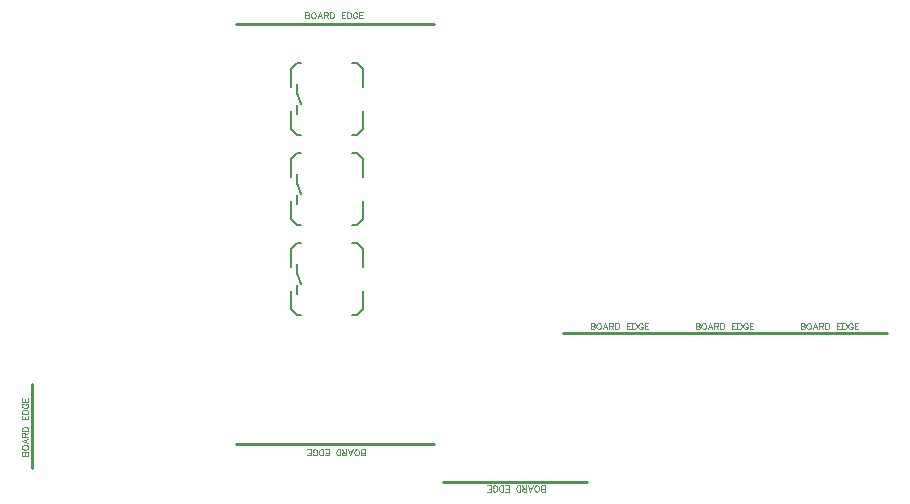
<source format=gbr>
G04 DipTrace 2.4.0.2*
%INTopAssy.gbr*%
%MOIN*%
%ADD10C,0.0098*%
%ADD23C,0.008*%
%ADD61C,0.0031*%
%FSLAX44Y44*%
G04*
G70*
G90*
G75*
G01*
%LNTopAssy*%
%LPD*%
X19481Y8342D2*
D10*
X12899D1*
Y22351D2*
X19481D1*
X30796Y12038D2*
X34584D1*
X27296D2*
X31084D1*
X23796D2*
X27584D1*
X24584Y7092D2*
X19796D1*
X17110Y20230D2*
D23*
Y20830D1*
X16910Y21030D1*
Y18630D2*
X17110Y18830D1*
Y19430D1*
X14910Y21030D2*
X14710Y20830D1*
Y20230D1*
X14910Y18630D2*
X14710Y18830D1*
Y19430D1*
X16910Y18630D2*
X16760D1*
X14910D2*
X15060D1*
X14910Y21030D2*
X15060D1*
X16910D2*
X16760D1*
X14910Y20330D2*
Y20030D1*
Y19630D2*
Y19330D1*
Y20030D2*
X15060Y19680D1*
X17110Y17230D2*
Y17830D1*
X16910Y18030D1*
Y15630D2*
X17110Y15830D1*
Y16430D1*
X14910Y18030D2*
X14710Y17830D1*
Y17230D1*
X14910Y15630D2*
X14710Y15830D1*
Y16430D1*
X16910Y15630D2*
X16760D1*
X14910D2*
X15060D1*
X14910Y18030D2*
X15060D1*
X16910D2*
X16760D1*
X14910Y17330D2*
Y17030D1*
Y16630D2*
Y16330D1*
Y17030D2*
X15060Y16680D1*
X17110Y14230D2*
Y14830D1*
X16910Y15030D1*
Y12630D2*
X17110Y12830D1*
Y13430D1*
X14910Y15030D2*
X14710Y14830D1*
Y14230D1*
X14910Y12630D2*
X14710Y12830D1*
Y13430D1*
X16910Y12630D2*
X16760D1*
X14910D2*
X15060D1*
X14910Y15030D2*
X15060D1*
X16910D2*
X16760D1*
X14910Y14330D2*
Y14030D1*
Y13630D2*
Y13330D1*
Y14030D2*
X15060Y13680D1*
X6092Y7546D2*
D10*
Y10334D1*
X17184Y7959D2*
D61*
Y8160D1*
X17098D1*
X17069Y8150D1*
X17060Y8140D1*
X17050Y8121D1*
Y8093D1*
X17060Y8073D1*
X17069Y8064D1*
X17098Y8054D1*
X17069Y8045D1*
X17060Y8035D1*
X17050Y8016D1*
Y7997D1*
X17060Y7978D1*
X17069Y7968D1*
X17098Y7959D1*
X17184D1*
Y8054D2*
X17098D1*
X16931Y7959D2*
X16950Y7968D1*
X16969Y7987D1*
X16979Y8006D1*
X16989Y8035D1*
Y8083D1*
X16979Y8112D1*
X16969Y8131D1*
X16950Y8150D1*
X16931Y8160D1*
X16893D1*
X16874Y8150D1*
X16855Y8131D1*
X16845Y8112D1*
X16836Y8083D1*
Y8035D1*
X16845Y8006D1*
X16855Y7987D1*
X16874Y7968D1*
X16893Y7959D1*
X16931D1*
X16621Y8160D2*
X16697Y7959D1*
X16774Y8160D1*
X16745Y8093D2*
X16649D1*
X16559Y8054D2*
X16473D1*
X16444Y8045D1*
X16434Y8035D1*
X16425Y8016D1*
Y7997D1*
X16434Y7978D1*
X16444Y7968D1*
X16473Y7959D1*
X16559D1*
Y8160D1*
X16492Y8054D2*
X16425Y8160D1*
X16363Y7959D2*
Y8160D1*
X16296D1*
X16267Y8150D1*
X16248Y8131D1*
X16239Y8112D1*
X16229Y8083D1*
Y8035D1*
X16239Y8006D1*
X16248Y7987D1*
X16267Y7968D1*
X16296Y7959D1*
X16363D1*
X15849D2*
X15973D1*
Y8160D1*
X15849D1*
X15973Y8054D2*
X15897D1*
X15787Y7959D2*
Y8160D1*
X15720D1*
X15691Y8150D1*
X15672Y8131D1*
X15663Y8112D1*
X15653Y8083D1*
Y8035D1*
X15663Y8006D1*
X15672Y7987D1*
X15691Y7968D1*
X15720Y7959D1*
X15787D1*
X15448Y8006D2*
X15457Y7987D1*
X15477Y7968D1*
X15496Y7959D1*
X15534D1*
X15553Y7968D1*
X15572Y7987D1*
X15582Y8006D1*
X15591Y8035D1*
Y8083D1*
X15582Y8112D1*
X15572Y8131D1*
X15553Y8150D1*
X15534Y8160D1*
X15496D1*
X15477Y8150D1*
X15457Y8131D1*
X15448Y8112D1*
Y8083D1*
X15496D1*
X15262Y7959D2*
X15386D1*
Y8160D1*
X15262D1*
X15386Y8054D2*
X15310D1*
X15196Y22734D2*
Y22533D1*
X15282D1*
X15311Y22543D1*
X15320Y22552D1*
X15330Y22571D1*
Y22600D1*
X15320Y22619D1*
X15311Y22629D1*
X15282Y22638D1*
X15311Y22648D1*
X15320Y22657D1*
X15330Y22676D1*
Y22696D1*
X15320Y22715D1*
X15311Y22724D1*
X15282Y22734D1*
X15196D1*
Y22638D2*
X15282D1*
X15449Y22734D2*
X15430Y22724D1*
X15411Y22705D1*
X15401Y22686D1*
X15391Y22657D1*
Y22609D1*
X15401Y22581D1*
X15411Y22562D1*
X15430Y22543D1*
X15449Y22533D1*
X15487D1*
X15506Y22543D1*
X15525Y22562D1*
X15535Y22581D1*
X15544Y22609D1*
Y22657D1*
X15535Y22686D1*
X15525Y22705D1*
X15506Y22724D1*
X15487Y22734D1*
X15449D1*
X15759Y22533D2*
X15683Y22734D1*
X15606Y22533D1*
X15635Y22600D2*
X15731D1*
X15821Y22638D2*
X15907D1*
X15936Y22648D1*
X15946Y22657D1*
X15955Y22676D1*
Y22696D1*
X15946Y22715D1*
X15936Y22724D1*
X15907Y22734D1*
X15821D1*
Y22533D1*
X15888Y22638D2*
X15955Y22533D1*
X16017Y22734D2*
Y22533D1*
X16084D1*
X16113Y22543D1*
X16132Y22562D1*
X16141Y22581D1*
X16151Y22609D1*
Y22657D1*
X16141Y22686D1*
X16132Y22705D1*
X16113Y22724D1*
X16084Y22734D1*
X16017D1*
X16531D2*
X16407D1*
Y22533D1*
X16531D1*
X16407Y22638D2*
X16483D1*
X16593Y22734D2*
Y22533D1*
X16660D1*
X16689Y22543D1*
X16708Y22562D1*
X16717Y22581D1*
X16727Y22609D1*
Y22657D1*
X16717Y22686D1*
X16708Y22705D1*
X16689Y22724D1*
X16660Y22734D1*
X16593D1*
X16932Y22686D2*
X16923Y22705D1*
X16903Y22724D1*
X16884Y22734D1*
X16846D1*
X16827Y22724D1*
X16808Y22705D1*
X16798Y22686D1*
X16789Y22657D1*
Y22609D1*
X16798Y22581D1*
X16808Y22562D1*
X16827Y22543D1*
X16846Y22533D1*
X16884D1*
X16903Y22543D1*
X16923Y22562D1*
X16932Y22581D1*
Y22609D1*
X16884D1*
X17118Y22734D2*
X16994D1*
Y22533D1*
X17118D1*
X16994Y22638D2*
X17070D1*
X31706Y12372D2*
Y12171D1*
X31792D1*
X31821Y12181D1*
X31830Y12190D1*
X31840Y12209D1*
Y12238D1*
X31830Y12257D1*
X31821Y12267D1*
X31792Y12276D1*
X31821Y12286D1*
X31830Y12296D1*
X31840Y12315D1*
Y12334D1*
X31830Y12353D1*
X31821Y12363D1*
X31792Y12372D1*
X31706D1*
Y12276D2*
X31792D1*
X31959Y12372D2*
X31940Y12363D1*
X31921Y12343D1*
X31911Y12324D1*
X31901Y12296D1*
Y12248D1*
X31911Y12219D1*
X31921Y12200D1*
X31940Y12181D1*
X31959Y12171D1*
X31997D1*
X32016Y12181D1*
X32035Y12200D1*
X32045Y12219D1*
X32054Y12248D1*
Y12296D1*
X32045Y12324D1*
X32035Y12343D1*
X32016Y12363D1*
X31997Y12372D1*
X31959D1*
X32269Y12171D2*
X32193Y12372D1*
X32116Y12171D1*
X32145Y12238D2*
X32241D1*
X32331Y12276D2*
X32417D1*
X32446Y12286D1*
X32455Y12296D1*
X32465Y12315D1*
Y12334D1*
X32455Y12353D1*
X32446Y12363D1*
X32417Y12372D1*
X32331D1*
Y12171D1*
X32398Y12276D2*
X32465Y12171D1*
X32527Y12372D2*
Y12171D1*
X32594D1*
X32622Y12181D1*
X32642Y12200D1*
X32651Y12219D1*
X32661Y12248D1*
Y12296D1*
X32651Y12324D1*
X32642Y12343D1*
X32622Y12363D1*
X32594Y12372D1*
X32527D1*
X33041D2*
X32917D1*
Y12171D1*
X33041D1*
X32917Y12276D2*
X32993D1*
X33103Y12372D2*
Y12171D1*
X33170D1*
X33199Y12181D1*
X33218Y12200D1*
X33227Y12219D1*
X33237Y12248D1*
Y12296D1*
X33227Y12324D1*
X33218Y12343D1*
X33199Y12363D1*
X33170Y12372D1*
X33103D1*
X33442Y12324D2*
X33433Y12343D1*
X33413Y12363D1*
X33394Y12372D1*
X33356D1*
X33337Y12363D1*
X33318Y12343D1*
X33308Y12324D1*
X33299Y12296D1*
Y12248D1*
X33308Y12219D1*
X33318Y12200D1*
X33337Y12181D1*
X33356Y12171D1*
X33394D1*
X33413Y12181D1*
X33433Y12200D1*
X33442Y12219D1*
Y12248D1*
X33394D1*
X33628Y12372D2*
X33504D1*
Y12171D1*
X33628D1*
X33504Y12276D2*
X33580D1*
X28206Y12372D2*
Y12171D1*
X28292D1*
X28321Y12181D1*
X28330Y12190D1*
X28340Y12209D1*
Y12238D1*
X28330Y12257D1*
X28321Y12267D1*
X28292Y12276D1*
X28321Y12286D1*
X28330Y12296D1*
X28340Y12315D1*
Y12334D1*
X28330Y12353D1*
X28321Y12363D1*
X28292Y12372D1*
X28206D1*
Y12276D2*
X28292D1*
X28459Y12372D2*
X28440Y12363D1*
X28421Y12343D1*
X28411Y12324D1*
X28401Y12296D1*
Y12248D1*
X28411Y12219D1*
X28421Y12200D1*
X28440Y12181D1*
X28459Y12171D1*
X28497D1*
X28516Y12181D1*
X28535Y12200D1*
X28545Y12219D1*
X28554Y12248D1*
Y12296D1*
X28545Y12324D1*
X28535Y12343D1*
X28516Y12363D1*
X28497Y12372D1*
X28459D1*
X28769Y12171D2*
X28693Y12372D1*
X28616Y12171D1*
X28645Y12238D2*
X28741D1*
X28831Y12276D2*
X28917D1*
X28946Y12286D1*
X28955Y12296D1*
X28965Y12315D1*
Y12334D1*
X28955Y12353D1*
X28946Y12363D1*
X28917Y12372D1*
X28831D1*
Y12171D1*
X28898Y12276D2*
X28965Y12171D1*
X29027Y12372D2*
Y12171D1*
X29094D1*
X29122Y12181D1*
X29142Y12200D1*
X29151Y12219D1*
X29161Y12248D1*
Y12296D1*
X29151Y12324D1*
X29142Y12343D1*
X29122Y12363D1*
X29094Y12372D1*
X29027D1*
X29541D2*
X29417D1*
Y12171D1*
X29541D1*
X29417Y12276D2*
X29493D1*
X29603Y12372D2*
Y12171D1*
X29670D1*
X29699Y12181D1*
X29718Y12200D1*
X29727Y12219D1*
X29737Y12248D1*
Y12296D1*
X29727Y12324D1*
X29718Y12343D1*
X29699Y12363D1*
X29670Y12372D1*
X29603D1*
X29942Y12324D2*
X29933Y12343D1*
X29913Y12363D1*
X29894Y12372D1*
X29856D1*
X29837Y12363D1*
X29818Y12343D1*
X29808Y12324D1*
X29799Y12296D1*
Y12248D1*
X29808Y12219D1*
X29818Y12200D1*
X29837Y12181D1*
X29856Y12171D1*
X29894D1*
X29913Y12181D1*
X29933Y12200D1*
X29942Y12219D1*
Y12248D1*
X29894D1*
X30128Y12372D2*
X30004D1*
Y12171D1*
X30128D1*
X30004Y12276D2*
X30080D1*
X24706Y12372D2*
Y12171D1*
X24792D1*
X24821Y12181D1*
X24830Y12190D1*
X24840Y12209D1*
Y12238D1*
X24830Y12257D1*
X24821Y12267D1*
X24792Y12276D1*
X24821Y12286D1*
X24830Y12296D1*
X24840Y12315D1*
Y12334D1*
X24830Y12353D1*
X24821Y12363D1*
X24792Y12372D1*
X24706D1*
Y12276D2*
X24792D1*
X24959Y12372D2*
X24940Y12363D1*
X24921Y12343D1*
X24911Y12324D1*
X24901Y12296D1*
Y12248D1*
X24911Y12219D1*
X24921Y12200D1*
X24940Y12181D1*
X24959Y12171D1*
X24997D1*
X25016Y12181D1*
X25035Y12200D1*
X25045Y12219D1*
X25054Y12248D1*
Y12296D1*
X25045Y12324D1*
X25035Y12343D1*
X25016Y12363D1*
X24997Y12372D1*
X24959D1*
X25269Y12171D2*
X25193Y12372D1*
X25116Y12171D1*
X25145Y12238D2*
X25241D1*
X25331Y12276D2*
X25417D1*
X25446Y12286D1*
X25455Y12296D1*
X25465Y12315D1*
Y12334D1*
X25455Y12353D1*
X25446Y12363D1*
X25417Y12372D1*
X25331D1*
Y12171D1*
X25398Y12276D2*
X25465Y12171D1*
X25527Y12372D2*
Y12171D1*
X25594D1*
X25622Y12181D1*
X25642Y12200D1*
X25651Y12219D1*
X25661Y12248D1*
Y12296D1*
X25651Y12324D1*
X25642Y12343D1*
X25622Y12363D1*
X25594Y12372D1*
X25527D1*
X26041D2*
X25917D1*
Y12171D1*
X26041D1*
X25917Y12276D2*
X25993D1*
X26103Y12372D2*
Y12171D1*
X26170D1*
X26199Y12181D1*
X26218Y12200D1*
X26227Y12219D1*
X26237Y12248D1*
Y12296D1*
X26227Y12324D1*
X26218Y12343D1*
X26199Y12363D1*
X26170Y12372D1*
X26103D1*
X26442Y12324D2*
X26433Y12343D1*
X26413Y12363D1*
X26394Y12372D1*
X26356D1*
X26337Y12363D1*
X26318Y12343D1*
X26308Y12324D1*
X26299Y12296D1*
Y12248D1*
X26308Y12219D1*
X26318Y12200D1*
X26337Y12181D1*
X26356Y12171D1*
X26394D1*
X26413Y12181D1*
X26433Y12200D1*
X26442Y12219D1*
Y12248D1*
X26394D1*
X26628Y12372D2*
X26504D1*
Y12171D1*
X26628D1*
X26504Y12276D2*
X26580D1*
X23184Y6758D2*
Y6959D1*
X23098D1*
X23069Y6949D1*
X23060Y6940D1*
X23050Y6921D1*
Y6892D1*
X23060Y6873D1*
X23069Y6863D1*
X23098Y6854D1*
X23069Y6844D1*
X23060Y6834D1*
X23050Y6815D1*
Y6796D1*
X23060Y6777D1*
X23069Y6767D1*
X23098Y6758D1*
X23184D1*
Y6854D2*
X23098D1*
X22931Y6758D2*
X22950Y6767D1*
X22969Y6787D1*
X22979Y6806D1*
X22988Y6834D1*
Y6882D1*
X22979Y6911D1*
X22969Y6930D1*
X22950Y6949D1*
X22931Y6959D1*
X22893D1*
X22874Y6949D1*
X22855Y6930D1*
X22845Y6911D1*
X22836Y6882D1*
Y6834D1*
X22845Y6806D1*
X22855Y6787D1*
X22874Y6767D1*
X22893Y6758D1*
X22931D1*
X22621Y6959D2*
X22697Y6758D1*
X22774Y6959D1*
X22745Y6892D2*
X22649D1*
X22559Y6854D2*
X22473D1*
X22444Y6844D1*
X22434Y6834D1*
X22425Y6815D1*
Y6796D1*
X22434Y6777D1*
X22444Y6767D1*
X22473Y6758D1*
X22559D1*
Y6959D1*
X22492Y6854D2*
X22425Y6959D1*
X22363Y6758D2*
Y6959D1*
X22296D1*
X22267Y6949D1*
X22248Y6930D1*
X22239Y6911D1*
X22229Y6882D1*
Y6834D1*
X22239Y6806D1*
X22248Y6787D1*
X22267Y6767D1*
X22296Y6758D1*
X22363D1*
X21849D2*
X21973D1*
Y6959D1*
X21849D1*
X21973Y6854D2*
X21896D1*
X21787Y6758D2*
Y6959D1*
X21720D1*
X21691Y6949D1*
X21672Y6930D1*
X21662Y6911D1*
X21653Y6882D1*
Y6834D1*
X21662Y6806D1*
X21672Y6787D1*
X21691Y6767D1*
X21720Y6758D1*
X21787D1*
X21448Y6806D2*
X21457Y6787D1*
X21476Y6767D1*
X21495Y6758D1*
X21534D1*
X21553Y6767D1*
X21572Y6787D1*
X21582Y6806D1*
X21591Y6834D1*
Y6882D1*
X21582Y6911D1*
X21572Y6930D1*
X21553Y6949D1*
X21534Y6959D1*
X21495D1*
X21476Y6949D1*
X21457Y6930D1*
X21448Y6911D1*
Y6882D1*
X21495D1*
X21262Y6758D2*
X21386D1*
Y6959D1*
X21262D1*
X21386Y6854D2*
X21309D1*
X5758Y7955D2*
X5959D1*
Y8042D1*
X5949Y8070D1*
X5940Y8080D1*
X5921Y8089D1*
X5892D1*
X5873Y8080D1*
X5863Y8070D1*
X5854Y8042D1*
X5844Y8070D1*
X5834Y8080D1*
X5815Y8089D1*
X5796D1*
X5777Y8080D1*
X5767Y8070D1*
X5758Y8042D1*
Y7955D1*
X5854D2*
Y8042D1*
X5758Y8209D2*
X5767Y8189D1*
X5787Y8170D1*
X5806Y8161D1*
X5834Y8151D1*
X5882D1*
X5911Y8161D1*
X5930Y8170D1*
X5949Y8189D1*
X5959Y8209D1*
Y8247D1*
X5949Y8266D1*
X5930Y8285D1*
X5911Y8295D1*
X5882Y8304D1*
X5834D1*
X5806Y8295D1*
X5787Y8285D1*
X5767Y8266D1*
X5758Y8247D1*
Y8209D1*
X5959Y8519D2*
X5758Y8442D1*
X5959Y8366D1*
X5892Y8395D2*
Y8490D1*
X5854Y8581D2*
Y8667D1*
X5844Y8695D1*
X5834Y8705D1*
X5815Y8715D1*
X5796D1*
X5777Y8705D1*
X5767Y8695D1*
X5758Y8667D1*
Y8581D1*
X5959D1*
X5854Y8648D2*
X5959Y8715D1*
X5758Y8776D2*
X5959D1*
Y8843D1*
X5949Y8872D1*
X5930Y8891D1*
X5911Y8901D1*
X5882Y8910D1*
X5834D1*
X5806Y8901D1*
X5787Y8891D1*
X5767Y8872D1*
X5758Y8843D1*
Y8776D1*
Y9291D2*
Y9167D1*
X5959D1*
Y9291D1*
X5854Y9167D2*
Y9243D1*
X5758Y9353D2*
X5959D1*
Y9420D1*
X5949Y9448D1*
X5930Y9468D1*
X5911Y9477D1*
X5882Y9487D1*
X5834D1*
X5806Y9477D1*
X5787Y9468D1*
X5767Y9448D1*
X5758Y9420D1*
Y9353D1*
X5806Y9692D2*
X5787Y9682D1*
X5767Y9663D1*
X5758Y9644D1*
Y9606D1*
X5767Y9587D1*
X5787Y9568D1*
X5806Y9558D1*
X5834Y9548D1*
X5882D1*
X5911Y9558D1*
X5930Y9568D1*
X5949Y9587D1*
X5959Y9606D1*
Y9644D1*
X5949Y9663D1*
X5930Y9682D1*
X5911Y9692D1*
X5882D1*
Y9644D1*
X5758Y9878D2*
Y9754D1*
X5959D1*
Y9878D1*
X5854Y9754D2*
Y9830D1*
M02*

</source>
